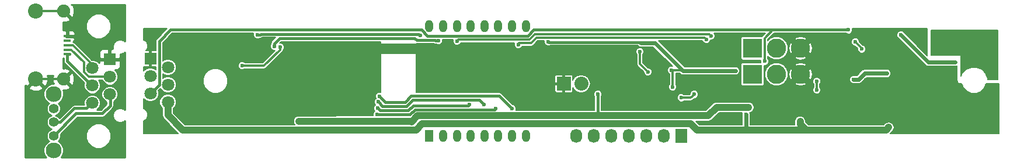
<source format=gbl>
G04 #@! TF.FileFunction,Copper,L2,Bot,Signal*
%FSLAX46Y46*%
G04 Gerber Fmt 4.6, Leading zero omitted, Abs format (unit mm)*
G04 Created by KiCad (PCBNEW 4.0.0-rc2-1-stable) date Mardi 07 juin 2016 13:35:49*
%MOMM*%
G01*
G04 APERTURE LIST*
%ADD10C,0.100000*%
%ADD11R,1.727200X2.032000*%
%ADD12O,1.727200X2.032000*%
%ADD13R,2.032000X2.032000*%
%ADD14O,2.032000X2.032000*%
%ADD15R,1.100000X0.450000*%
%ADD16C,1.900000*%
%ADD17C,2.200000*%
%ADD18C,1.400000*%
%ADD19C,2.300000*%
%ADD20R,1.200000X1.800000*%
%ADD21O,1.200000X1.800000*%
%ADD22R,2.800000X2.800000*%
%ADD23C,2.800000*%
%ADD24C,5.000000*%
%ADD25R,1.800000X1.800000*%
%ADD26C,1.800000*%
%ADD27C,0.600000*%
%ADD28C,0.300000*%
%ADD29C,0.400000*%
%ADD30C,1.500000*%
%ADD31C,0.600000*%
%ADD32C,1.000000*%
%ADD33C,0.200000*%
%ADD34C,0.254000*%
G04 APERTURE END LIST*
D10*
D11*
X95559785Y3523775D03*
D12*
X93019785Y3523775D03*
X90479785Y3523775D03*
X87939785Y3523775D03*
X85399785Y3523775D03*
X82859785Y3523775D03*
X80319785Y3523775D03*
D13*
X78497000Y11075000D03*
D14*
X81037000Y11075000D03*
D15*
X6480000Y15419000D03*
X6480000Y16069000D03*
X6480000Y16719000D03*
X6480000Y17369000D03*
X6480000Y18019000D03*
D16*
X5930000Y21669000D03*
X5930000Y11769000D03*
D17*
X1930000Y21669000D03*
X1930000Y11769000D03*
D18*
X4500000Y3500000D03*
X4500000Y5500000D03*
X4500000Y7500000D03*
D19*
X4500000Y1400000D03*
X4500000Y9600000D03*
D20*
X59000000Y3500000D03*
D21*
X61000000Y3500000D03*
X63000000Y3500000D03*
X65000000Y3500000D03*
X67000000Y3500000D03*
X69000000Y3500000D03*
X71000000Y3500000D03*
X73000000Y3500000D03*
X73000000Y19500000D03*
X71000000Y19500000D03*
X69000000Y19500000D03*
X67000000Y19500000D03*
X65000000Y19500000D03*
X63000000Y19500000D03*
X61000000Y19500000D03*
X59000000Y19500000D03*
D22*
X105858000Y16250000D03*
D23*
X109358000Y16250000D03*
X112858000Y16250000D03*
D22*
X105858000Y12472000D03*
D23*
X109358000Y12472000D03*
X112858000Y12472000D03*
D24*
X139000000Y16500000D03*
X139000000Y6500000D03*
D25*
X12645000Y14664000D03*
D26*
X10105000Y13394000D03*
X12645000Y12124000D03*
X10105000Y10854000D03*
X12645000Y9584000D03*
X10105000Y8314000D03*
D25*
X18553000Y14758000D03*
D26*
X21093000Y13488000D03*
X18553000Y12218000D03*
X21093000Y10948000D03*
X18553000Y9678000D03*
X21093000Y8408000D03*
D27*
X103008000Y5360000D03*
X99577590Y15899590D03*
X103389000Y14758000D03*
X21100000Y17100000D03*
X21100000Y15300000D03*
X111136000Y14377000D03*
X136500000Y8750000D03*
X136500000Y7250000D03*
X136500000Y5750000D03*
X136500000Y4250000D03*
X135000000Y4250000D03*
X133500000Y4250000D03*
X114438000Y14377000D03*
X115708000Y14758000D03*
X117486000Y14758000D03*
X117486000Y16282000D03*
X115708000Y16282000D03*
X109358000Y8027000D03*
X102246000Y9931992D03*
X105750000Y6000000D03*
X123328000Y18441000D03*
X123328000Y17425000D03*
X123328000Y15520000D03*
X123328000Y14631000D03*
X123328000Y16536000D03*
X116851000Y13107000D03*
X116851000Y12218000D03*
X116851000Y11329000D03*
X116914500Y10376496D03*
X116914500Y9487498D03*
X116851000Y8662000D03*
X57669000Y16155000D03*
X51192000Y16536000D03*
X38746000Y11710000D03*
X33285000Y18248990D03*
X38834990Y16155000D03*
X36714000Y14377000D03*
X34682000Y6757000D03*
X38834990Y7773000D03*
X73671000Y9805000D03*
X75957000Y11329000D03*
X48906000Y14885000D03*
X73036000Y16028000D03*
X90181000Y16282000D03*
X85482000Y16028000D03*
X96785000Y16028000D03*
X94372000Y8916000D03*
X90356214Y14396766D03*
X91705000Y12153785D03*
X110667355Y5741000D03*
X96785000Y14123000D03*
X108088000Y5741000D03*
X109358000Y5741000D03*
X115581000Y5487000D03*
X116724000Y6249000D03*
X122312000Y10567000D03*
X122312000Y11583000D03*
X120086507Y11046861D03*
X126756996Y17298000D03*
X37349000Y16409000D03*
X31865372Y13710628D03*
X76250000Y17213980D03*
X103448980Y12980000D03*
X51371962Y5639930D03*
X40097736Y5616000D03*
X63047094Y6439786D03*
X73055246Y6439786D03*
X76560071Y6439786D03*
X83450000Y9551000D03*
X95673632Y13062618D03*
X94073612Y13068797D03*
X94295650Y10632660D03*
X105294000Y7646000D03*
X91705000Y17044000D03*
X89673000Y17044000D03*
X104913000Y6630000D03*
X35952000Y4344000D03*
X37716635Y4344000D03*
X135266000Y14250008D03*
X125614000Y4725018D03*
X112786994Y5614000D03*
X125360000Y12599000D03*
X120534000Y11710000D03*
X127392000Y18187000D03*
X107657999Y14377000D03*
X115191135Y11436011D03*
X119772000Y18949000D03*
X115200000Y10186000D03*
X121677000Y16154994D03*
X120788010Y17171000D03*
X136500000Y14250000D03*
X136500000Y15750000D03*
X136500000Y17250000D03*
X136500000Y18750000D03*
X135000000Y18750000D03*
X133500000Y18750000D03*
X132000000Y18750000D03*
X99198000Y17552000D03*
X71893000Y16790000D03*
X97420000Y9551000D03*
X95514994Y9043000D03*
X89546000Y15774000D03*
X90689000Y12837990D03*
X64781000Y8039806D03*
X51525759Y7518567D03*
X66940000Y8039806D03*
X51581293Y8452995D03*
X68591000Y7439796D03*
X51446000Y6616010D03*
X71004000Y7439796D03*
X51746980Y9277271D03*
X99833000Y18060000D03*
X63003000Y17298000D03*
X36564534Y16565893D03*
X60336000Y17359990D03*
X57663782Y18132014D03*
X34084997Y18246087D03*
D28*
X6480000Y16069000D02*
X7082000Y16069000D01*
X7082000Y16069000D02*
X8904999Y14246001D01*
X8904999Y14246001D02*
X8904999Y12817999D01*
X8904999Y12817999D02*
X9598998Y12124000D01*
X11372208Y12124000D02*
X12645000Y12124000D01*
X9598998Y12124000D02*
X11372208Y12124000D01*
D29*
X21100000Y15300000D02*
X21100000Y17100000D01*
D28*
X136500000Y7250000D02*
X136500000Y8750000D01*
X136500000Y4250000D02*
X136500000Y5750000D01*
X133500000Y4250000D02*
X135000000Y4250000D01*
X115708000Y16282000D02*
X117486000Y16282000D01*
X117486000Y14758000D02*
X115708000Y14758000D01*
X1930000Y11769000D02*
X5930000Y11769000D01*
X5930000Y21669000D02*
X1930000Y21669000D01*
D29*
X6480000Y18019000D02*
X7291000Y18019000D01*
X7291000Y18019000D02*
X10646000Y14664000D01*
D30*
X57244736Y16155000D02*
X57669000Y16155000D01*
X51573000Y16155000D02*
X57244736Y16155000D01*
X51192000Y16536000D02*
X51573000Y16155000D01*
X48906000Y14885000D02*
X49541000Y14885000D01*
X49541000Y14885000D02*
X51192000Y16536000D01*
X75957000Y11329000D02*
X75195000Y11329000D01*
X75195000Y11329000D02*
X73671000Y9805000D01*
D29*
X90181000Y16282000D02*
X90181000Y16175002D01*
D31*
X116724000Y6249000D02*
X116343000Y6249000D01*
X116343000Y6249000D02*
X115581000Y5487000D01*
D29*
X10646000Y14664000D02*
X12645000Y14664000D01*
D28*
X6480000Y16719000D02*
X7281000Y16719000D01*
X7281000Y16719000D02*
X10105000Y13895000D01*
X10105000Y13895000D02*
X10105000Y13394000D01*
X31865372Y13710628D02*
X35031628Y13710628D01*
X35031628Y13710628D02*
X37349000Y16028000D01*
X37349000Y16028000D02*
X37349000Y16409000D01*
D29*
X6480000Y14385000D02*
X10011000Y10854000D01*
X10011000Y10854000D02*
X10105000Y10854000D01*
X6480000Y15419000D02*
X6480000Y14385000D01*
X6480000Y15419000D02*
X6805000Y15419000D01*
D28*
X6480000Y15419000D02*
X6716000Y15419000D01*
D31*
X103024716Y12980000D02*
X103448980Y12980000D01*
X91705000Y17044000D02*
X95769000Y12980000D01*
X95769000Y12980000D02*
X103024716Y12980000D01*
D29*
X76336020Y17163980D02*
X76300000Y17163980D01*
X76300000Y17163980D02*
X76250000Y17213980D01*
X76336020Y17163980D02*
X89553020Y17163980D01*
X89553020Y17163980D02*
X89673000Y17044000D01*
D32*
X56328974Y5616000D02*
X51371962Y5639930D01*
X51371962Y5639930D02*
X40097736Y5616000D01*
X73055246Y6439786D02*
X63047094Y6439786D01*
X56400964Y5544010D02*
X56328974Y5616000D01*
X57296740Y6439786D02*
X56400964Y5544010D01*
X63047094Y6439786D02*
X57296740Y6439786D01*
X76560071Y6439786D02*
X73055246Y6439786D01*
X83283165Y6439786D02*
X76560071Y6439786D01*
D29*
X83450000Y9551000D02*
X83450000Y6606621D01*
X83450000Y6606621D02*
X83283165Y6439786D01*
D32*
X97402284Y6439786D02*
X83283165Y6439786D01*
D28*
X95673632Y13062618D02*
X94079791Y13062618D01*
X94079791Y13062618D02*
X94073612Y13068797D01*
X94295650Y10632660D02*
X94295650Y12846759D01*
X94295650Y12846759D02*
X94073612Y13068797D01*
D32*
X105294000Y7646000D02*
X100678002Y7646000D01*
X100678002Y7646000D02*
X99471788Y6439786D01*
X99471788Y6439786D02*
X97402284Y6439786D01*
D31*
X91705000Y17044000D02*
X91666999Y17082001D01*
X91666999Y17082001D02*
X89711001Y17082001D01*
X89711001Y17082001D02*
X89673000Y17044000D01*
D32*
X102028932Y4344000D02*
X104913000Y4344000D01*
D31*
X104913000Y6630000D02*
X104913000Y4344000D01*
D32*
X104913000Y4344000D02*
X105942068Y4344000D01*
D29*
X7504000Y7519000D02*
X9310000Y7519000D01*
X9310000Y7519000D02*
X10105000Y8314000D01*
D32*
X57083998Y4344000D02*
X37716635Y4344000D01*
X57979774Y5239776D02*
X57083998Y4344000D01*
X35952000Y4344000D02*
X23257000Y4344000D01*
X23257000Y4344000D02*
X21093000Y6508000D01*
X21093000Y6508000D02*
X21093000Y8408000D01*
X36397555Y4344000D02*
X35952000Y4344000D01*
X37716635Y4344000D02*
X36397555Y4344000D01*
D31*
X105942068Y4344000D02*
X104406000Y4344000D01*
X104406000Y4344000D02*
X104299999Y4450001D01*
X134841736Y14250008D02*
X135266000Y14250008D01*
X131328992Y14250008D02*
X134841736Y14250008D01*
X127392000Y18187000D02*
X131328992Y14250008D01*
D32*
X125314001Y4425019D02*
X125614000Y4725018D01*
X125232982Y4344000D02*
X125314001Y4425019D01*
X114260905Y4344000D02*
X125232982Y4344000D01*
D29*
X4500000Y5500000D02*
X5485000Y5500000D01*
X5485000Y5500000D02*
X7504000Y7519000D01*
D32*
X97801000Y4344000D02*
X102028932Y4344000D01*
X96905224Y5239776D02*
X97801000Y4344000D01*
X59168326Y5239776D02*
X96905224Y5239776D01*
X59168326Y5239776D02*
X57979774Y5239776D01*
X105942068Y4344000D02*
X114260905Y4344000D01*
X112786994Y5189736D02*
X113632730Y4344000D01*
X112786994Y5614000D02*
X112786994Y5189736D01*
X113632730Y4344000D02*
X114260905Y4344000D01*
D31*
X122143998Y12599000D02*
X125360000Y12599000D01*
X120534000Y11710000D02*
X121254998Y11710000D01*
X121254998Y11710000D02*
X122143998Y12599000D01*
D29*
X21500000Y18949000D02*
X57836773Y18949000D01*
X18553000Y9678000D02*
X19842999Y10967999D01*
X19842999Y10967999D02*
X19842999Y17291999D01*
X19842999Y17291999D02*
X21500000Y18949000D01*
X12711000Y7900000D02*
X12711000Y9518000D01*
X12711000Y9518000D02*
X12645000Y9584000D01*
D28*
X107657999Y17756999D02*
X107657999Y14377000D01*
D29*
X108850000Y18949000D02*
X110078475Y18949000D01*
X86500007Y18949000D02*
X108850000Y18949000D01*
D28*
X108850000Y18949000D02*
X107657999Y17756999D01*
X115200000Y10186000D02*
X115200000Y11427146D01*
X115200000Y11427146D02*
X115191135Y11436011D01*
D29*
X110078475Y18949000D02*
X105126998Y18949000D01*
X74163227Y18949000D02*
X86500007Y18949000D01*
X73274227Y18060000D02*
X74163227Y18949000D01*
X110078475Y18949000D02*
X119347736Y18949000D01*
X119347736Y18949000D02*
X119772000Y18949000D01*
X58725773Y18060000D02*
X73274227Y18060000D01*
X57836773Y18949000D02*
X58725773Y18060000D01*
X4500000Y3500000D02*
X7757000Y6757000D01*
X7757000Y6757000D02*
X11568000Y6757000D01*
X11568000Y6757000D02*
X12711000Y7900000D01*
D28*
X115200000Y10186000D02*
X115200000Y10313000D01*
X121677000Y16154994D02*
X121677000Y16282010D01*
X121677000Y16282010D02*
X120788010Y17171000D01*
X136500000Y15750000D02*
X136500000Y14250000D01*
X136500000Y18750000D02*
X136500000Y17250000D01*
X135000000Y18750000D02*
X136500000Y18750000D01*
X133500000Y18750000D02*
X135000000Y18750000D01*
X132000000Y18750000D02*
X133500000Y18750000D01*
X91555736Y17813990D02*
X98936010Y17813990D01*
X98936010Y17813990D02*
X99198000Y17552000D01*
X73763980Y17009980D02*
X74567990Y17813990D01*
X74567990Y17813990D02*
X91555736Y17813990D01*
X91555736Y17813990D02*
X91562756Y17821010D01*
X71893000Y16790000D02*
X71893000Y16917000D01*
X71893000Y16917000D02*
X71985980Y17009980D01*
X71985980Y17009980D02*
X73763980Y17009980D01*
X96912000Y9043000D02*
X97120001Y9251001D01*
X97120001Y9251001D02*
X97420000Y9551000D01*
X95514994Y9043000D02*
X96912000Y9043000D01*
X89546000Y15349736D02*
X89546000Y15774000D01*
X89546000Y13980990D02*
X89546000Y15349736D01*
X90689000Y12837990D02*
X89546000Y13980990D01*
D29*
X63919000Y7939806D02*
X64681000Y7939806D01*
X64681000Y7939806D02*
X64781000Y8039806D01*
X56675412Y7939806D02*
X63919000Y7939806D01*
X55951626Y7216020D02*
X56675412Y7939806D01*
X51828306Y7216020D02*
X55951626Y7216020D01*
X51525759Y7518567D02*
X51828306Y7216020D01*
X56426880Y8539816D02*
X56626871Y8739807D01*
X56626871Y8739807D02*
X66239999Y8739807D01*
X66239999Y8739807D02*
X66940000Y8039806D01*
X52218258Y7816030D02*
X55703094Y7816030D01*
X55703094Y7816030D02*
X56426880Y8539816D01*
X51581293Y8452995D02*
X52218258Y7816030D01*
X68491000Y7339796D02*
X68591000Y7439796D01*
X56923944Y7339796D02*
X68491000Y7339796D01*
X51446000Y6616010D02*
X56200158Y6616010D01*
X56200158Y6616010D02*
X56923944Y7339796D01*
X56378339Y9339817D02*
X69103979Y9339817D01*
X69103979Y9339817D02*
X71004000Y7439796D01*
X52608211Y8416040D02*
X55454562Y8416040D01*
X55454562Y8416040D02*
X56378339Y9339817D01*
X51746980Y9277271D02*
X52608211Y8416040D01*
D28*
X99571980Y18321020D02*
X99833000Y18060000D01*
X86893310Y18321020D02*
X99571980Y18321020D01*
X86893310Y18321020D02*
X74313077Y18321020D01*
X74313077Y18321020D02*
X73502048Y17509990D01*
X86893310Y18321020D02*
X86886290Y18314000D01*
X73502048Y17509990D02*
X63214990Y17509990D01*
X63214990Y17509990D02*
X63003000Y17298000D01*
D29*
X60336000Y17359990D02*
X59911736Y17359990D01*
X37323357Y17748980D02*
X36564534Y16990157D01*
X59911736Y17359990D02*
X59846726Y17425000D01*
X56837020Y17748980D02*
X37323357Y17748980D01*
X59846726Y17425000D02*
X57161000Y17425000D01*
X57161000Y17425000D02*
X56837020Y17748980D01*
X36564534Y16990157D02*
X36564534Y16565893D01*
D28*
X36564534Y16586536D02*
X36564534Y16565893D01*
D29*
X57446805Y18348991D02*
X57663782Y18132014D01*
X34612165Y18348991D02*
X57446805Y18348991D01*
X34509261Y18246087D02*
X34612165Y18348991D01*
X34084997Y18246087D02*
X34509261Y18246087D01*
D33*
G36*
X131210000Y15217528D02*
X127816920Y18610608D01*
X127732317Y18695359D01*
X127511871Y18786896D01*
X127273176Y18787104D01*
X127052571Y18695952D01*
X126883641Y18527317D01*
X126792104Y18306871D01*
X126791896Y18068176D01*
X126883048Y17847571D01*
X127051683Y17678641D01*
X127051936Y17678536D01*
X130904728Y13825744D01*
X131099381Y13695680D01*
X131328992Y13650008D01*
X135265476Y13650008D01*
X135384824Y13649904D01*
X135528000Y13709063D01*
X135528000Y11583000D01*
X135562195Y11401271D01*
X135669596Y11234365D01*
X135833472Y11122393D01*
X136028000Y11083000D01*
X136224698Y11083000D01*
X136473145Y10481714D01*
X136979051Y9974924D01*
X137640387Y9700313D01*
X138356471Y9699688D01*
X139018286Y9973145D01*
X139525076Y10479051D01*
X139775858Y11083000D01*
X141625000Y11083000D01*
X141625000Y3875000D01*
X125895352Y3875000D01*
X126179686Y4159333D01*
X126353104Y4418871D01*
X126414000Y4725018D01*
X126353104Y5031165D01*
X126179686Y5290704D01*
X125920147Y5464122D01*
X125614000Y5525018D01*
X125307853Y5464122D01*
X125048315Y5290704D01*
X124901611Y5144000D01*
X113964101Y5144000D01*
X113586994Y5521106D01*
X113586994Y5614000D01*
X113526098Y5920147D01*
X113352679Y6179685D01*
X113093141Y6353104D01*
X112786994Y6414000D01*
X112480847Y6353104D01*
X112221309Y6179685D01*
X112047890Y5920147D01*
X111986994Y5614000D01*
X111986994Y5189736D01*
X111996091Y5144000D01*
X105513000Y5144000D01*
X105513000Y6630000D01*
X105513104Y6748824D01*
X105459361Y6878892D01*
X105600147Y6906896D01*
X105859685Y7080315D01*
X106033104Y7339853D01*
X106094000Y7646000D01*
X106033104Y7952147D01*
X105859685Y8211685D01*
X105600147Y8385104D01*
X105294000Y8446000D01*
X100678002Y8446000D01*
X100371855Y8385104D01*
X100112316Y8211685D01*
X99140418Y7239786D01*
X83950000Y7239786D01*
X83950000Y8924176D01*
X94914890Y8924176D01*
X95006042Y8703571D01*
X95174677Y8534641D01*
X95395123Y8443104D01*
X95633818Y8442896D01*
X95854423Y8534048D01*
X95913478Y8593000D01*
X96912000Y8593000D01*
X97084208Y8627254D01*
X97230198Y8724802D01*
X97456364Y8950968D01*
X97538824Y8950896D01*
X97759429Y9042048D01*
X97928359Y9210683D01*
X98019896Y9431129D01*
X98020104Y9669824D01*
X97928952Y9890429D01*
X97760317Y10059359D01*
X97539871Y10150896D01*
X97301176Y10151104D01*
X97080571Y10059952D01*
X96911641Y9891317D01*
X96820104Y9670871D01*
X96820031Y9587427D01*
X96725604Y9493000D01*
X95913568Y9493000D01*
X95855311Y9551359D01*
X95634865Y9642896D01*
X95396170Y9643104D01*
X95175565Y9551952D01*
X95006635Y9383317D01*
X94915098Y9162871D01*
X94914890Y8924176D01*
X83950000Y8924176D01*
X83950000Y9202339D01*
X83958359Y9210683D01*
X84049896Y9431129D01*
X84050104Y9669824D01*
X83958952Y9890429D01*
X83790317Y10059359D01*
X83569871Y10150896D01*
X83331176Y10151104D01*
X83110571Y10059952D01*
X82941641Y9891317D01*
X82850104Y9670871D01*
X82849896Y9432176D01*
X82941048Y9211571D01*
X82950000Y9202603D01*
X82950000Y7239786D01*
X71570619Y7239786D01*
X71603896Y7319925D01*
X71604104Y7558620D01*
X71512952Y7779225D01*
X71344317Y7948155D01*
X71123871Y8039692D01*
X71111200Y8039703D01*
X69457532Y9693370D01*
X69295321Y9801757D01*
X69280666Y9804672D01*
X69103979Y9839817D01*
X57100000Y9839817D01*
X57100000Y10850000D01*
X77181000Y10850000D01*
X77181000Y9999327D01*
X77226672Y9889064D01*
X77311063Y9804672D01*
X77421326Y9759000D01*
X78272000Y9759000D01*
X78347000Y9834000D01*
X78347000Y10925000D01*
X77256000Y10925000D01*
X77181000Y10850000D01*
X57100000Y10850000D01*
X57100000Y12150673D01*
X77181000Y12150673D01*
X77181000Y11300000D01*
X77256000Y11225000D01*
X78347000Y11225000D01*
X78347000Y12316000D01*
X78647000Y12316000D01*
X78647000Y11225000D01*
X78667000Y11225000D01*
X78667000Y10925000D01*
X78647000Y10925000D01*
X78647000Y9834000D01*
X78722000Y9759000D01*
X79572674Y9759000D01*
X79682937Y9804672D01*
X79767328Y9889064D01*
X79813000Y9999327D01*
X79813000Y10545038D01*
X80080665Y10144447D01*
X80507607Y9859175D01*
X81011218Y9759000D01*
X81062782Y9759000D01*
X81566393Y9859175D01*
X81993335Y10144447D01*
X82278607Y10571389D01*
X82378782Y11075000D01*
X82278607Y11578611D01*
X81993335Y12005553D01*
X81566393Y12290825D01*
X81062782Y12391000D01*
X81011218Y12391000D01*
X80507607Y12290825D01*
X80080665Y12005553D01*
X79813000Y11604962D01*
X79813000Y12150673D01*
X79767328Y12260936D01*
X79682937Y12345328D01*
X79572674Y12391000D01*
X78722000Y12391000D01*
X78647000Y12316000D01*
X78347000Y12316000D01*
X78272000Y12391000D01*
X77421326Y12391000D01*
X77311063Y12345328D01*
X77226672Y12260936D01*
X77181000Y12150673D01*
X57100000Y12150673D01*
X57100000Y15655176D01*
X88945896Y15655176D01*
X89037048Y15434571D01*
X89096000Y15375516D01*
X89096000Y13980990D01*
X89130254Y13808782D01*
X89195839Y13710628D01*
X89227802Y13662792D01*
X90088968Y12801626D01*
X90088896Y12719166D01*
X90180048Y12498561D01*
X90348683Y12329631D01*
X90569129Y12238094D01*
X90807824Y12237886D01*
X91028429Y12329038D01*
X91197359Y12497673D01*
X91288896Y12718119D01*
X91289104Y12956814D01*
X91197952Y13177419D01*
X91029317Y13346349D01*
X90808871Y13437886D01*
X90725427Y13437959D01*
X89996000Y14167386D01*
X89996000Y15375426D01*
X90054359Y15433683D01*
X90145896Y15654129D01*
X90146104Y15892824D01*
X90054952Y16113429D01*
X89886317Y16282359D01*
X89665871Y16373896D01*
X89427176Y16374104D01*
X89206571Y16282952D01*
X89037641Y16114317D01*
X88946104Y15893871D01*
X88945896Y15655176D01*
X57100000Y15655176D01*
X57100000Y16937134D01*
X57161000Y16925000D01*
X59680061Y16925000D01*
X59720394Y16898050D01*
X59911736Y16859990D01*
X59987339Y16859990D01*
X59995683Y16851631D01*
X60216129Y16760094D01*
X60454824Y16759886D01*
X60675429Y16851038D01*
X60844359Y17019673D01*
X60935896Y17240119D01*
X60936104Y17478814D01*
X60902559Y17560000D01*
X62462121Y17560000D01*
X62403104Y17417871D01*
X62402896Y17179176D01*
X62494048Y16958571D01*
X62662683Y16789641D01*
X62883129Y16698104D01*
X63121824Y16697896D01*
X63342429Y16789048D01*
X63511359Y16957683D01*
X63553840Y17059990D01*
X71355439Y17059990D01*
X71293104Y16909871D01*
X71292896Y16671176D01*
X71384048Y16450571D01*
X71552683Y16281641D01*
X71773129Y16190104D01*
X72011824Y16189896D01*
X72232429Y16281048D01*
X72401359Y16449683D01*
X72447158Y16559980D01*
X73763980Y16559980D01*
X73936188Y16594234D01*
X74082178Y16691782D01*
X74754386Y17363990D01*
X75662619Y17363990D01*
X75650104Y17333851D01*
X75649896Y17095156D01*
X75741048Y16874551D01*
X75909683Y16705621D01*
X76130129Y16614084D01*
X76368824Y16613876D01*
X76490085Y16663980D01*
X89204568Y16663980D01*
X89332683Y16535641D01*
X89553129Y16444104D01*
X89791824Y16443896D01*
X89884045Y16482001D01*
X91418471Y16482001D01*
X94258973Y13641499D01*
X94193483Y13668693D01*
X93954788Y13668901D01*
X93734183Y13577749D01*
X93565253Y13409114D01*
X93473716Y13188668D01*
X93473508Y12949973D01*
X93564660Y12729368D01*
X93733295Y12560438D01*
X93845650Y12513784D01*
X93845650Y11031234D01*
X93787291Y10972977D01*
X93695754Y10752531D01*
X93695546Y10513836D01*
X93786698Y10293231D01*
X93955333Y10124301D01*
X94175779Y10032764D01*
X94414474Y10032556D01*
X94635079Y10123708D01*
X94804009Y10292343D01*
X94895546Y10512789D01*
X94895754Y10751484D01*
X94804602Y10972089D01*
X94745650Y11031144D01*
X94745650Y12612618D01*
X95275058Y12612618D01*
X95333315Y12554259D01*
X95369324Y12539307D01*
X95539390Y12425672D01*
X95769000Y12380000D01*
X103448456Y12380000D01*
X103567804Y12379896D01*
X103788409Y12471048D01*
X103957339Y12639683D01*
X104048876Y12860129D01*
X104049084Y13098824D01*
X103957932Y13319429D01*
X103789297Y13488359D01*
X103568851Y13579896D01*
X103330156Y13580104D01*
X103329904Y13580000D01*
X96017528Y13580000D01*
X92233538Y17363990D01*
X98626483Y17363990D01*
X98689048Y17212571D01*
X98857683Y17043641D01*
X99078129Y16952104D01*
X99316824Y16951896D01*
X99537429Y17043048D01*
X99706359Y17211683D01*
X99797896Y17432129D01*
X99797920Y17460030D01*
X99951824Y17459896D01*
X100172429Y17551048D01*
X100341359Y17719683D01*
X100432896Y17940129D01*
X100433104Y18178824D01*
X100341952Y18399429D01*
X100292468Y18449000D01*
X107713604Y18449000D01*
X107339801Y18075197D01*
X107259826Y17955507D01*
X107258000Y17955877D01*
X104458000Y17955877D01*
X104346827Y17934958D01*
X104244721Y17869255D01*
X104176222Y17769003D01*
X104152123Y17650000D01*
X104152123Y14850000D01*
X104173042Y14738827D01*
X104238745Y14636721D01*
X104338997Y14568222D01*
X104458000Y14544123D01*
X107077724Y14544123D01*
X107058103Y14496871D01*
X107057895Y14258176D01*
X107091074Y14177877D01*
X104458000Y14177877D01*
X104346827Y14156958D01*
X104244721Y14091255D01*
X104176222Y13991003D01*
X104152123Y13872000D01*
X104152123Y11072000D01*
X104173042Y10960827D01*
X104238745Y10858721D01*
X104338997Y10790222D01*
X104458000Y10766123D01*
X107258000Y10766123D01*
X107369173Y10787042D01*
X107471279Y10852745D01*
X107539778Y10952997D01*
X107563877Y11072000D01*
X107563877Y12135333D01*
X107657706Y12135333D01*
X107915970Y11510285D01*
X108393770Y11031650D01*
X109018366Y10772296D01*
X109694667Y10771706D01*
X110319715Y11029970D01*
X110340964Y11051182D01*
X112002867Y11051182D01*
X112190296Y10872464D01*
X112853238Y10738702D01*
X113516905Y10868819D01*
X113525704Y10872464D01*
X113713133Y11051182D01*
X113447128Y11317187D01*
X114591031Y11317187D01*
X114682183Y11096582D01*
X114750000Y11028646D01*
X114750000Y10584574D01*
X114691641Y10526317D01*
X114600104Y10305871D01*
X114599896Y10067176D01*
X114691048Y9846571D01*
X114859683Y9677641D01*
X115080129Y9586104D01*
X115318824Y9585896D01*
X115539429Y9677048D01*
X115708359Y9845683D01*
X115799896Y10066129D01*
X115800104Y10304824D01*
X115708952Y10525429D01*
X115650000Y10584484D01*
X115650000Y11046286D01*
X115699494Y11095694D01*
X115791031Y11316140D01*
X115791239Y11554835D01*
X115776224Y11591176D01*
X119933896Y11591176D01*
X120025048Y11370571D01*
X120193683Y11201641D01*
X120414129Y11110104D01*
X120652824Y11109896D01*
X120653076Y11110000D01*
X121254998Y11110000D01*
X121484608Y11155672D01*
X121679262Y11285736D01*
X122392526Y11999000D01*
X125359476Y11999000D01*
X125478824Y11998896D01*
X125699429Y12090048D01*
X125868359Y12258683D01*
X125959896Y12479129D01*
X125960104Y12717824D01*
X125868952Y12938429D01*
X125700317Y13107359D01*
X125479871Y13198896D01*
X125241176Y13199104D01*
X125240924Y13199000D01*
X122143998Y13199000D01*
X121914388Y13153328D01*
X121719734Y13023264D01*
X121006470Y12310000D01*
X120534523Y12310000D01*
X120415176Y12310104D01*
X120194571Y12218952D01*
X120025641Y12050317D01*
X119934104Y11829871D01*
X119933896Y11591176D01*
X115776224Y11591176D01*
X115700087Y11775440D01*
X115531452Y11944370D01*
X115311006Y12035907D01*
X115072311Y12036115D01*
X114851706Y11944963D01*
X114682776Y11776328D01*
X114591239Y11555882D01*
X114591031Y11317187D01*
X113447128Y11317187D01*
X112858000Y11906315D01*
X112002867Y11051182D01*
X110340964Y11051182D01*
X110798350Y11507770D01*
X111057704Y12132366D01*
X111058004Y12476762D01*
X111124702Y12476762D01*
X111254819Y11813095D01*
X111258464Y11804296D01*
X111437182Y11616867D01*
X112292315Y12472000D01*
X113423685Y12472000D01*
X114278818Y11616867D01*
X114457536Y11804296D01*
X114591298Y12467238D01*
X114461181Y13130905D01*
X114457536Y13139704D01*
X114278818Y13327133D01*
X113423685Y12472000D01*
X112292315Y12472000D01*
X111437182Y13327133D01*
X111258464Y13139704D01*
X111124702Y12476762D01*
X111058004Y12476762D01*
X111058294Y12808667D01*
X110800030Y13433715D01*
X110341728Y13892818D01*
X112002867Y13892818D01*
X112858000Y13037685D01*
X113713133Y13892818D01*
X113525704Y14071536D01*
X112862762Y14205298D01*
X112199095Y14075181D01*
X112190296Y14071536D01*
X112002867Y13892818D01*
X110341728Y13892818D01*
X110322230Y13912350D01*
X109697634Y14171704D01*
X109021333Y14172294D01*
X108396285Y13914030D01*
X107917650Y13436230D01*
X107658296Y12811634D01*
X107657706Y12135333D01*
X107563877Y12135333D01*
X107563877Y13777082D01*
X107776823Y13776896D01*
X107997428Y13868048D01*
X108166358Y14036683D01*
X108257895Y14257129D01*
X108258103Y14495824D01*
X108166951Y14716429D01*
X108107999Y14775484D01*
X108107999Y15095920D01*
X108393770Y14809650D01*
X109018366Y14550296D01*
X109694667Y14549706D01*
X110319715Y14807970D01*
X110340964Y14829182D01*
X112002867Y14829182D01*
X112190296Y14650464D01*
X112853238Y14516702D01*
X113516905Y14646819D01*
X113525704Y14650464D01*
X113713133Y14829182D01*
X112858000Y15684315D01*
X112002867Y14829182D01*
X110340964Y14829182D01*
X110798350Y15285770D01*
X111057704Y15910366D01*
X111058004Y16254762D01*
X111124702Y16254762D01*
X111254819Y15591095D01*
X111258464Y15582296D01*
X111437182Y15394867D01*
X112292315Y16250000D01*
X113423685Y16250000D01*
X114278818Y15394867D01*
X114457536Y15582296D01*
X114591298Y16245238D01*
X114461181Y16908905D01*
X114457536Y16917704D01*
X114329314Y17052176D01*
X120187906Y17052176D01*
X120279058Y16831571D01*
X120447693Y16662641D01*
X120668139Y16571104D01*
X120751583Y16571031D01*
X121077078Y16245536D01*
X121076896Y16036170D01*
X121168048Y15815565D01*
X121336683Y15646635D01*
X121557129Y15555098D01*
X121795824Y15554890D01*
X122016429Y15646042D01*
X122185359Y15814677D01*
X122276896Y16035123D01*
X122277104Y16273818D01*
X122185952Y16494423D01*
X122017317Y16663353D01*
X121871508Y16723898D01*
X121388042Y17207364D01*
X121388114Y17289824D01*
X121296962Y17510429D01*
X121128327Y17679359D01*
X120907881Y17770896D01*
X120669186Y17771104D01*
X120448581Y17679952D01*
X120279651Y17511317D01*
X120188114Y17290871D01*
X120187906Y17052176D01*
X114329314Y17052176D01*
X114278818Y17105133D01*
X113423685Y16250000D01*
X112292315Y16250000D01*
X111437182Y17105133D01*
X111258464Y16917704D01*
X111124702Y16254762D01*
X111058004Y16254762D01*
X111058294Y16586667D01*
X110800030Y17211715D01*
X110341728Y17670818D01*
X112002867Y17670818D01*
X112858000Y16815685D01*
X113713133Y17670818D01*
X113525704Y17849536D01*
X112862762Y17983298D01*
X112199095Y17853181D01*
X112190296Y17849536D01*
X112002867Y17670818D01*
X110341728Y17670818D01*
X110322230Y17690350D01*
X109697634Y17949704D01*
X109021333Y17950294D01*
X108396285Y17692030D01*
X108107999Y17404247D01*
X108107999Y17570603D01*
X108986396Y18449000D01*
X119423339Y18449000D01*
X119431683Y18440641D01*
X119652129Y18349104D01*
X119890824Y18348896D01*
X120111429Y18440048D01*
X120280359Y18608683D01*
X120371896Y18829129D01*
X120372104Y19067824D01*
X120348479Y19125000D01*
X131210000Y19125000D01*
X131210000Y15217528D01*
X131210000Y15217528D01*
G37*
X131210000Y15217528D02*
X127816920Y18610608D01*
X127732317Y18695359D01*
X127511871Y18786896D01*
X127273176Y18787104D01*
X127052571Y18695952D01*
X126883641Y18527317D01*
X126792104Y18306871D01*
X126791896Y18068176D01*
X126883048Y17847571D01*
X127051683Y17678641D01*
X127051936Y17678536D01*
X130904728Y13825744D01*
X131099381Y13695680D01*
X131328992Y13650008D01*
X135265476Y13650008D01*
X135384824Y13649904D01*
X135528000Y13709063D01*
X135528000Y11583000D01*
X135562195Y11401271D01*
X135669596Y11234365D01*
X135833472Y11122393D01*
X136028000Y11083000D01*
X136224698Y11083000D01*
X136473145Y10481714D01*
X136979051Y9974924D01*
X137640387Y9700313D01*
X138356471Y9699688D01*
X139018286Y9973145D01*
X139525076Y10479051D01*
X139775858Y11083000D01*
X141625000Y11083000D01*
X141625000Y3875000D01*
X125895352Y3875000D01*
X126179686Y4159333D01*
X126353104Y4418871D01*
X126414000Y4725018D01*
X126353104Y5031165D01*
X126179686Y5290704D01*
X125920147Y5464122D01*
X125614000Y5525018D01*
X125307853Y5464122D01*
X125048315Y5290704D01*
X124901611Y5144000D01*
X113964101Y5144000D01*
X113586994Y5521106D01*
X113586994Y5614000D01*
X113526098Y5920147D01*
X113352679Y6179685D01*
X113093141Y6353104D01*
X112786994Y6414000D01*
X112480847Y6353104D01*
X112221309Y6179685D01*
X112047890Y5920147D01*
X111986994Y5614000D01*
X111986994Y5189736D01*
X111996091Y5144000D01*
X105513000Y5144000D01*
X105513000Y6630000D01*
X105513104Y6748824D01*
X105459361Y6878892D01*
X105600147Y6906896D01*
X105859685Y7080315D01*
X106033104Y7339853D01*
X106094000Y7646000D01*
X106033104Y7952147D01*
X105859685Y8211685D01*
X105600147Y8385104D01*
X105294000Y8446000D01*
X100678002Y8446000D01*
X100371855Y8385104D01*
X100112316Y8211685D01*
X99140418Y7239786D01*
X83950000Y7239786D01*
X83950000Y8924176D01*
X94914890Y8924176D01*
X95006042Y8703571D01*
X95174677Y8534641D01*
X95395123Y8443104D01*
X95633818Y8442896D01*
X95854423Y8534048D01*
X95913478Y8593000D01*
X96912000Y8593000D01*
X97084208Y8627254D01*
X97230198Y8724802D01*
X97456364Y8950968D01*
X97538824Y8950896D01*
X97759429Y9042048D01*
X97928359Y9210683D01*
X98019896Y9431129D01*
X98020104Y9669824D01*
X97928952Y9890429D01*
X97760317Y10059359D01*
X97539871Y10150896D01*
X97301176Y10151104D01*
X97080571Y10059952D01*
X96911641Y9891317D01*
X96820104Y9670871D01*
X96820031Y9587427D01*
X96725604Y9493000D01*
X95913568Y9493000D01*
X95855311Y9551359D01*
X95634865Y9642896D01*
X95396170Y9643104D01*
X95175565Y9551952D01*
X95006635Y9383317D01*
X94915098Y9162871D01*
X94914890Y8924176D01*
X83950000Y8924176D01*
X83950000Y9202339D01*
X83958359Y9210683D01*
X84049896Y9431129D01*
X84050104Y9669824D01*
X83958952Y9890429D01*
X83790317Y10059359D01*
X83569871Y10150896D01*
X83331176Y10151104D01*
X83110571Y10059952D01*
X82941641Y9891317D01*
X82850104Y9670871D01*
X82849896Y9432176D01*
X82941048Y9211571D01*
X82950000Y9202603D01*
X82950000Y7239786D01*
X71570619Y7239786D01*
X71603896Y7319925D01*
X71604104Y7558620D01*
X71512952Y7779225D01*
X71344317Y7948155D01*
X71123871Y8039692D01*
X71111200Y8039703D01*
X69457532Y9693370D01*
X69295321Y9801757D01*
X69280666Y9804672D01*
X69103979Y9839817D01*
X57100000Y9839817D01*
X57100000Y10850000D01*
X77181000Y10850000D01*
X77181000Y9999327D01*
X77226672Y9889064D01*
X77311063Y9804672D01*
X77421326Y9759000D01*
X78272000Y9759000D01*
X78347000Y9834000D01*
X78347000Y10925000D01*
X77256000Y10925000D01*
X77181000Y10850000D01*
X57100000Y10850000D01*
X57100000Y12150673D01*
X77181000Y12150673D01*
X77181000Y11300000D01*
X77256000Y11225000D01*
X78347000Y11225000D01*
X78347000Y12316000D01*
X78647000Y12316000D01*
X78647000Y11225000D01*
X78667000Y11225000D01*
X78667000Y10925000D01*
X78647000Y10925000D01*
X78647000Y9834000D01*
X78722000Y9759000D01*
X79572674Y9759000D01*
X79682937Y9804672D01*
X79767328Y9889064D01*
X79813000Y9999327D01*
X79813000Y10545038D01*
X80080665Y10144447D01*
X80507607Y9859175D01*
X81011218Y9759000D01*
X81062782Y9759000D01*
X81566393Y9859175D01*
X81993335Y10144447D01*
X82278607Y10571389D01*
X82378782Y11075000D01*
X82278607Y11578611D01*
X81993335Y12005553D01*
X81566393Y12290825D01*
X81062782Y12391000D01*
X81011218Y12391000D01*
X80507607Y12290825D01*
X80080665Y12005553D01*
X79813000Y11604962D01*
X79813000Y12150673D01*
X79767328Y12260936D01*
X79682937Y12345328D01*
X79572674Y12391000D01*
X78722000Y12391000D01*
X78647000Y12316000D01*
X78347000Y12316000D01*
X78272000Y12391000D01*
X77421326Y12391000D01*
X77311063Y12345328D01*
X77226672Y12260936D01*
X77181000Y12150673D01*
X57100000Y12150673D01*
X57100000Y15655176D01*
X88945896Y15655176D01*
X89037048Y15434571D01*
X89096000Y15375516D01*
X89096000Y13980990D01*
X89130254Y13808782D01*
X89195839Y13710628D01*
X89227802Y13662792D01*
X90088968Y12801626D01*
X90088896Y12719166D01*
X90180048Y12498561D01*
X90348683Y12329631D01*
X90569129Y12238094D01*
X90807824Y12237886D01*
X91028429Y12329038D01*
X91197359Y12497673D01*
X91288896Y12718119D01*
X91289104Y12956814D01*
X91197952Y13177419D01*
X91029317Y13346349D01*
X90808871Y13437886D01*
X90725427Y13437959D01*
X89996000Y14167386D01*
X89996000Y15375426D01*
X90054359Y15433683D01*
X90145896Y15654129D01*
X90146104Y15892824D01*
X90054952Y16113429D01*
X89886317Y16282359D01*
X89665871Y16373896D01*
X89427176Y16374104D01*
X89206571Y16282952D01*
X89037641Y16114317D01*
X88946104Y15893871D01*
X88945896Y15655176D01*
X57100000Y15655176D01*
X57100000Y16937134D01*
X57161000Y16925000D01*
X59680061Y16925000D01*
X59720394Y16898050D01*
X59911736Y16859990D01*
X59987339Y16859990D01*
X59995683Y16851631D01*
X60216129Y16760094D01*
X60454824Y16759886D01*
X60675429Y16851038D01*
X60844359Y17019673D01*
X60935896Y17240119D01*
X60936104Y17478814D01*
X60902559Y17560000D01*
X62462121Y17560000D01*
X62403104Y17417871D01*
X62402896Y17179176D01*
X62494048Y16958571D01*
X62662683Y16789641D01*
X62883129Y16698104D01*
X63121824Y16697896D01*
X63342429Y16789048D01*
X63511359Y16957683D01*
X63553840Y17059990D01*
X71355439Y17059990D01*
X71293104Y16909871D01*
X71292896Y16671176D01*
X71384048Y16450571D01*
X71552683Y16281641D01*
X71773129Y16190104D01*
X72011824Y16189896D01*
X72232429Y16281048D01*
X72401359Y16449683D01*
X72447158Y16559980D01*
X73763980Y16559980D01*
X73936188Y16594234D01*
X74082178Y16691782D01*
X74754386Y17363990D01*
X75662619Y17363990D01*
X75650104Y17333851D01*
X75649896Y17095156D01*
X75741048Y16874551D01*
X75909683Y16705621D01*
X76130129Y16614084D01*
X76368824Y16613876D01*
X76490085Y16663980D01*
X89204568Y16663980D01*
X89332683Y16535641D01*
X89553129Y16444104D01*
X89791824Y16443896D01*
X89884045Y16482001D01*
X91418471Y16482001D01*
X94258973Y13641499D01*
X94193483Y13668693D01*
X93954788Y13668901D01*
X93734183Y13577749D01*
X93565253Y13409114D01*
X93473716Y13188668D01*
X93473508Y12949973D01*
X93564660Y12729368D01*
X93733295Y12560438D01*
X93845650Y12513784D01*
X93845650Y11031234D01*
X93787291Y10972977D01*
X93695754Y10752531D01*
X93695546Y10513836D01*
X93786698Y10293231D01*
X93955333Y10124301D01*
X94175779Y10032764D01*
X94414474Y10032556D01*
X94635079Y10123708D01*
X94804009Y10292343D01*
X94895546Y10512789D01*
X94895754Y10751484D01*
X94804602Y10972089D01*
X94745650Y11031144D01*
X94745650Y12612618D01*
X95275058Y12612618D01*
X95333315Y12554259D01*
X95369324Y12539307D01*
X95539390Y12425672D01*
X95769000Y12380000D01*
X103448456Y12380000D01*
X103567804Y12379896D01*
X103788409Y12471048D01*
X103957339Y12639683D01*
X104048876Y12860129D01*
X104049084Y13098824D01*
X103957932Y13319429D01*
X103789297Y13488359D01*
X103568851Y13579896D01*
X103330156Y13580104D01*
X103329904Y13580000D01*
X96017528Y13580000D01*
X92233538Y17363990D01*
X98626483Y17363990D01*
X98689048Y17212571D01*
X98857683Y17043641D01*
X99078129Y16952104D01*
X99316824Y16951896D01*
X99537429Y17043048D01*
X99706359Y17211683D01*
X99797896Y17432129D01*
X99797920Y17460030D01*
X99951824Y17459896D01*
X100172429Y17551048D01*
X100341359Y17719683D01*
X100432896Y17940129D01*
X100433104Y18178824D01*
X100341952Y18399429D01*
X100292468Y18449000D01*
X107713604Y18449000D01*
X107339801Y18075197D01*
X107259826Y17955507D01*
X107258000Y17955877D01*
X104458000Y17955877D01*
X104346827Y17934958D01*
X104244721Y17869255D01*
X104176222Y17769003D01*
X104152123Y17650000D01*
X104152123Y14850000D01*
X104173042Y14738827D01*
X104238745Y14636721D01*
X104338997Y14568222D01*
X104458000Y14544123D01*
X107077724Y14544123D01*
X107058103Y14496871D01*
X107057895Y14258176D01*
X107091074Y14177877D01*
X104458000Y14177877D01*
X104346827Y14156958D01*
X104244721Y14091255D01*
X104176222Y13991003D01*
X104152123Y13872000D01*
X104152123Y11072000D01*
X104173042Y10960827D01*
X104238745Y10858721D01*
X104338997Y10790222D01*
X104458000Y10766123D01*
X107258000Y10766123D01*
X107369173Y10787042D01*
X107471279Y10852745D01*
X107539778Y10952997D01*
X107563877Y11072000D01*
X107563877Y12135333D01*
X107657706Y12135333D01*
X107915970Y11510285D01*
X108393770Y11031650D01*
X109018366Y10772296D01*
X109694667Y10771706D01*
X110319715Y11029970D01*
X110340964Y11051182D01*
X112002867Y11051182D01*
X112190296Y10872464D01*
X112853238Y10738702D01*
X113516905Y10868819D01*
X113525704Y10872464D01*
X113713133Y11051182D01*
X113447128Y11317187D01*
X114591031Y11317187D01*
X114682183Y11096582D01*
X114750000Y11028646D01*
X114750000Y10584574D01*
X114691641Y10526317D01*
X114600104Y10305871D01*
X114599896Y10067176D01*
X114691048Y9846571D01*
X114859683Y9677641D01*
X115080129Y9586104D01*
X115318824Y9585896D01*
X115539429Y9677048D01*
X115708359Y9845683D01*
X115799896Y10066129D01*
X115800104Y10304824D01*
X115708952Y10525429D01*
X115650000Y10584484D01*
X115650000Y11046286D01*
X115699494Y11095694D01*
X115791031Y11316140D01*
X115791239Y11554835D01*
X115776224Y11591176D01*
X119933896Y11591176D01*
X120025048Y11370571D01*
X120193683Y11201641D01*
X120414129Y11110104D01*
X120652824Y11109896D01*
X120653076Y11110000D01*
X121254998Y11110000D01*
X121484608Y11155672D01*
X121679262Y11285736D01*
X122392526Y11999000D01*
X125359476Y11999000D01*
X125478824Y11998896D01*
X125699429Y12090048D01*
X125868359Y12258683D01*
X125959896Y12479129D01*
X125960104Y12717824D01*
X125868952Y12938429D01*
X125700317Y13107359D01*
X125479871Y13198896D01*
X125241176Y13199104D01*
X125240924Y13199000D01*
X122143998Y13199000D01*
X121914388Y13153328D01*
X121719734Y13023264D01*
X121006470Y12310000D01*
X120534523Y12310000D01*
X120415176Y12310104D01*
X120194571Y12218952D01*
X120025641Y12050317D01*
X119934104Y11829871D01*
X119933896Y11591176D01*
X115776224Y11591176D01*
X115700087Y11775440D01*
X115531452Y11944370D01*
X115311006Y12035907D01*
X115072311Y12036115D01*
X114851706Y11944963D01*
X114682776Y11776328D01*
X114591239Y11555882D01*
X114591031Y11317187D01*
X113447128Y11317187D01*
X112858000Y11906315D01*
X112002867Y11051182D01*
X110340964Y11051182D01*
X110798350Y11507770D01*
X111057704Y12132366D01*
X111058004Y12476762D01*
X111124702Y12476762D01*
X111254819Y11813095D01*
X111258464Y11804296D01*
X111437182Y11616867D01*
X112292315Y12472000D01*
X113423685Y12472000D01*
X114278818Y11616867D01*
X114457536Y11804296D01*
X114591298Y12467238D01*
X114461181Y13130905D01*
X114457536Y13139704D01*
X114278818Y13327133D01*
X113423685Y12472000D01*
X112292315Y12472000D01*
X111437182Y13327133D01*
X111258464Y13139704D01*
X111124702Y12476762D01*
X111058004Y12476762D01*
X111058294Y12808667D01*
X110800030Y13433715D01*
X110341728Y13892818D01*
X112002867Y13892818D01*
X112858000Y13037685D01*
X113713133Y13892818D01*
X113525704Y14071536D01*
X112862762Y14205298D01*
X112199095Y14075181D01*
X112190296Y14071536D01*
X112002867Y13892818D01*
X110341728Y13892818D01*
X110322230Y13912350D01*
X109697634Y14171704D01*
X109021333Y14172294D01*
X108396285Y13914030D01*
X107917650Y13436230D01*
X107658296Y12811634D01*
X107657706Y12135333D01*
X107563877Y12135333D01*
X107563877Y13777082D01*
X107776823Y13776896D01*
X107997428Y13868048D01*
X108166358Y14036683D01*
X108257895Y14257129D01*
X108258103Y14495824D01*
X108166951Y14716429D01*
X108107999Y14775484D01*
X108107999Y15095920D01*
X108393770Y14809650D01*
X109018366Y14550296D01*
X109694667Y14549706D01*
X110319715Y14807970D01*
X110340964Y14829182D01*
X112002867Y14829182D01*
X112190296Y14650464D01*
X112853238Y14516702D01*
X113516905Y14646819D01*
X113525704Y14650464D01*
X113713133Y14829182D01*
X112858000Y15684315D01*
X112002867Y14829182D01*
X110340964Y14829182D01*
X110798350Y15285770D01*
X111057704Y15910366D01*
X111058004Y16254762D01*
X111124702Y16254762D01*
X111254819Y15591095D01*
X111258464Y15582296D01*
X111437182Y15394867D01*
X112292315Y16250000D01*
X113423685Y16250000D01*
X114278818Y15394867D01*
X114457536Y15582296D01*
X114591298Y16245238D01*
X114461181Y16908905D01*
X114457536Y16917704D01*
X114329314Y17052176D01*
X120187906Y17052176D01*
X120279058Y16831571D01*
X120447693Y16662641D01*
X120668139Y16571104D01*
X120751583Y16571031D01*
X121077078Y16245536D01*
X121076896Y16036170D01*
X121168048Y15815565D01*
X121336683Y15646635D01*
X121557129Y15555098D01*
X121795824Y15554890D01*
X122016429Y15646042D01*
X122185359Y15814677D01*
X122276896Y16035123D01*
X122277104Y16273818D01*
X122185952Y16494423D01*
X122017317Y16663353D01*
X121871508Y16723898D01*
X121388042Y17207364D01*
X121388114Y17289824D01*
X121296962Y17510429D01*
X121128327Y17679359D01*
X120907881Y17770896D01*
X120669186Y17771104D01*
X120448581Y17679952D01*
X120279651Y17511317D01*
X120188114Y17290871D01*
X120187906Y17052176D01*
X114329314Y17052176D01*
X114278818Y17105133D01*
X113423685Y16250000D01*
X112292315Y16250000D01*
X111437182Y17105133D01*
X111258464Y16917704D01*
X111124702Y16254762D01*
X111058004Y16254762D01*
X111058294Y16586667D01*
X110800030Y17211715D01*
X110341728Y17670818D01*
X112002867Y17670818D01*
X112858000Y16815685D01*
X113713133Y17670818D01*
X113525704Y17849536D01*
X112862762Y17983298D01*
X112199095Y17853181D01*
X112190296Y17849536D01*
X112002867Y17670818D01*
X110341728Y17670818D01*
X110322230Y17690350D01*
X109697634Y17949704D01*
X109021333Y17950294D01*
X108396285Y17692030D01*
X108107999Y17404247D01*
X108107999Y17570603D01*
X108986396Y18449000D01*
X119423339Y18449000D01*
X119431683Y18440641D01*
X119652129Y18349104D01*
X119890824Y18348896D01*
X120111429Y18440048D01*
X120280359Y18608683D01*
X120371896Y18829129D01*
X120372104Y19067824D01*
X120348479Y19125000D01*
X131210000Y19125000D01*
X131210000Y15217528D01*
G36*
X33485101Y18365958D02*
X33484893Y18127263D01*
X33576045Y17906658D01*
X33744680Y17737728D01*
X33965126Y17646191D01*
X34203821Y17645983D01*
X34424426Y17737135D01*
X34433394Y17746087D01*
X34509261Y17746087D01*
X34700603Y17784147D01*
X34797648Y17848991D01*
X36716261Y17848991D01*
X36210981Y17343710D01*
X36102594Y17181499D01*
X36064534Y16990157D01*
X36064534Y16914554D01*
X36056175Y16906210D01*
X35964638Y16685764D01*
X35964430Y16447069D01*
X36055582Y16226464D01*
X36224217Y16057534D01*
X36444663Y15965997D01*
X36650422Y15965818D01*
X34845232Y14160628D01*
X32263946Y14160628D01*
X32205689Y14218987D01*
X31985243Y14310524D01*
X31746548Y14310732D01*
X31525943Y14219580D01*
X31357013Y14050945D01*
X31265476Y13830499D01*
X31265268Y13591804D01*
X31356420Y13371199D01*
X31525055Y13202269D01*
X31745501Y13110732D01*
X31984196Y13110524D01*
X32204801Y13201676D01*
X32263856Y13260628D01*
X35031628Y13260628D01*
X35203836Y13294882D01*
X35349826Y13392430D01*
X37667198Y15709802D01*
X37686873Y15739248D01*
X37764746Y15855792D01*
X37794638Y16006072D01*
X37857359Y16068683D01*
X37948896Y16289129D01*
X37949104Y16527824D01*
X37857952Y16748429D01*
X37689317Y16917359D01*
X37468871Y17008896D01*
X37290535Y17009051D01*
X37530464Y17248980D01*
X51900000Y17248980D01*
X51900000Y9863402D01*
X51866851Y9877167D01*
X51628156Y9877375D01*
X51407551Y9786223D01*
X51238621Y9617588D01*
X51147084Y9397142D01*
X51146876Y9158447D01*
X51232097Y8952197D01*
X51072934Y8793312D01*
X50981397Y8572866D01*
X50981189Y8334171D01*
X51072341Y8113566D01*
X51172259Y8013473D01*
X51017400Y7858884D01*
X50925863Y7638438D01*
X50925655Y7399743D01*
X51016807Y7179138D01*
X51088699Y7107121D01*
X50937641Y6956327D01*
X50846104Y6735881D01*
X50845896Y6497186D01*
X50869993Y6438866D01*
X40096038Y6415998D01*
X39790021Y6354453D01*
X39530852Y6180483D01*
X39357984Y5920578D01*
X39297738Y5614302D01*
X39359283Y5308285D01*
X39469561Y5144000D01*
X23588371Y5144000D01*
X21893000Y6839370D01*
X21893000Y7511028D01*
X22109717Y7727367D01*
X22292791Y8168258D01*
X22293207Y8645647D01*
X22110903Y9086857D01*
X21773633Y9424717D01*
X21332742Y9607791D01*
X20855353Y9608207D01*
X20414143Y9425903D01*
X20076283Y9088633D01*
X19893209Y8647742D01*
X19892793Y8170353D01*
X20075097Y7729143D01*
X20293000Y7510859D01*
X20293000Y6508000D01*
X20346343Y6239826D01*
X20353896Y6201853D01*
X20527315Y5942315D01*
X22594629Y3875000D01*
X17600000Y3875000D01*
X17600000Y5664650D01*
X17667000Y5692334D01*
X17962628Y5987446D01*
X18122818Y6373226D01*
X18123182Y6790942D01*
X17963666Y7177000D01*
X17668554Y7472628D01*
X17600000Y7501094D01*
X17600000Y8934126D01*
X17872367Y8661283D01*
X18313258Y8478209D01*
X18790647Y8477793D01*
X19231857Y8660097D01*
X19569717Y8997367D01*
X19752791Y9438258D01*
X19753207Y9915647D01*
X19678517Y10096411D01*
X20009648Y10427542D01*
X20075097Y10269143D01*
X20412367Y9931283D01*
X20853258Y9748209D01*
X21330647Y9747793D01*
X21771857Y9930097D01*
X22109717Y10267367D01*
X22292791Y10708258D01*
X22293170Y11143529D01*
X26199688Y11143529D01*
X26473145Y10481714D01*
X26979051Y9974924D01*
X27640387Y9700313D01*
X28356471Y9699688D01*
X29018286Y9973145D01*
X29525076Y10479051D01*
X29799687Y11140387D01*
X29800312Y11856471D01*
X29526855Y12518286D01*
X29020949Y13025076D01*
X28359613Y13299687D01*
X27643529Y13300312D01*
X26981714Y13026855D01*
X26474924Y12520949D01*
X26200313Y11859613D01*
X26199688Y11143529D01*
X22293170Y11143529D01*
X22293207Y11185647D01*
X22110903Y11626857D01*
X21773633Y11964717D01*
X21332742Y12147791D01*
X20855353Y12148207D01*
X20414143Y11965903D01*
X20342999Y11894883D01*
X20342999Y12540772D01*
X20412367Y12471283D01*
X20853258Y12288209D01*
X21330647Y12287793D01*
X21771857Y12470097D01*
X22109717Y12807367D01*
X22292791Y13248258D01*
X22293207Y13725647D01*
X22110903Y14166857D01*
X21773633Y14504717D01*
X21332742Y14687791D01*
X20855353Y14688207D01*
X20414143Y14505903D01*
X20342999Y14434883D01*
X20342999Y17084893D01*
X21707107Y18449000D01*
X33519583Y18449000D01*
X33485101Y18365958D01*
X33485101Y18365958D01*
G37*
X33485101Y18365958D02*
X33484893Y18127263D01*
X33576045Y17906658D01*
X33744680Y17737728D01*
X33965126Y17646191D01*
X34203821Y17645983D01*
X34424426Y17737135D01*
X34433394Y17746087D01*
X34509261Y17746087D01*
X34700603Y17784147D01*
X34797648Y17848991D01*
X36716261Y17848991D01*
X36210981Y17343710D01*
X36102594Y17181499D01*
X36064534Y16990157D01*
X36064534Y16914554D01*
X36056175Y16906210D01*
X35964638Y16685764D01*
X35964430Y16447069D01*
X36055582Y16226464D01*
X36224217Y16057534D01*
X36444663Y15965997D01*
X36650422Y15965818D01*
X34845232Y14160628D01*
X32263946Y14160628D01*
X32205689Y14218987D01*
X31985243Y14310524D01*
X31746548Y14310732D01*
X31525943Y14219580D01*
X31357013Y14050945D01*
X31265476Y13830499D01*
X31265268Y13591804D01*
X31356420Y13371199D01*
X31525055Y13202269D01*
X31745501Y13110732D01*
X31984196Y13110524D01*
X32204801Y13201676D01*
X32263856Y13260628D01*
X35031628Y13260628D01*
X35203836Y13294882D01*
X35349826Y13392430D01*
X37667198Y15709802D01*
X37686873Y15739248D01*
X37764746Y15855792D01*
X37794638Y16006072D01*
X37857359Y16068683D01*
X37948896Y16289129D01*
X37949104Y16527824D01*
X37857952Y16748429D01*
X37689317Y16917359D01*
X37468871Y17008896D01*
X37290535Y17009051D01*
X37530464Y17248980D01*
X51900000Y17248980D01*
X51900000Y9863402D01*
X51866851Y9877167D01*
X51628156Y9877375D01*
X51407551Y9786223D01*
X51238621Y9617588D01*
X51147084Y9397142D01*
X51146876Y9158447D01*
X51232097Y8952197D01*
X51072934Y8793312D01*
X50981397Y8572866D01*
X50981189Y8334171D01*
X51072341Y8113566D01*
X51172259Y8013473D01*
X51017400Y7858884D01*
X50925863Y7638438D01*
X50925655Y7399743D01*
X51016807Y7179138D01*
X51088699Y7107121D01*
X50937641Y6956327D01*
X50846104Y6735881D01*
X50845896Y6497186D01*
X50869993Y6438866D01*
X40096038Y6415998D01*
X39790021Y6354453D01*
X39530852Y6180483D01*
X39357984Y5920578D01*
X39297738Y5614302D01*
X39359283Y5308285D01*
X39469561Y5144000D01*
X23588371Y5144000D01*
X21893000Y6839370D01*
X21893000Y7511028D01*
X22109717Y7727367D01*
X22292791Y8168258D01*
X22293207Y8645647D01*
X22110903Y9086857D01*
X21773633Y9424717D01*
X21332742Y9607791D01*
X20855353Y9608207D01*
X20414143Y9425903D01*
X20076283Y9088633D01*
X19893209Y8647742D01*
X19892793Y8170353D01*
X20075097Y7729143D01*
X20293000Y7510859D01*
X20293000Y6508000D01*
X20346343Y6239826D01*
X20353896Y6201853D01*
X20527315Y5942315D01*
X22594629Y3875000D01*
X17600000Y3875000D01*
X17600000Y5664650D01*
X17667000Y5692334D01*
X17962628Y5987446D01*
X18122818Y6373226D01*
X18123182Y6790942D01*
X17963666Y7177000D01*
X17668554Y7472628D01*
X17600000Y7501094D01*
X17600000Y8934126D01*
X17872367Y8661283D01*
X18313258Y8478209D01*
X18790647Y8477793D01*
X19231857Y8660097D01*
X19569717Y8997367D01*
X19752791Y9438258D01*
X19753207Y9915647D01*
X19678517Y10096411D01*
X20009648Y10427542D01*
X20075097Y10269143D01*
X20412367Y9931283D01*
X20853258Y9748209D01*
X21330647Y9747793D01*
X21771857Y9930097D01*
X22109717Y10267367D01*
X22292791Y10708258D01*
X22293170Y11143529D01*
X26199688Y11143529D01*
X26473145Y10481714D01*
X26979051Y9974924D01*
X27640387Y9700313D01*
X28356471Y9699688D01*
X29018286Y9973145D01*
X29525076Y10479051D01*
X29799687Y11140387D01*
X29800312Y11856471D01*
X29526855Y12518286D01*
X29020949Y13025076D01*
X28359613Y13299687D01*
X27643529Y13300312D01*
X26981714Y13026855D01*
X26474924Y12520949D01*
X26200313Y11859613D01*
X26199688Y11143529D01*
X22293170Y11143529D01*
X22293207Y11185647D01*
X22110903Y11626857D01*
X21773633Y11964717D01*
X21332742Y12147791D01*
X20855353Y12148207D01*
X20414143Y11965903D01*
X20342999Y11894883D01*
X20342999Y12540772D01*
X20412367Y12471283D01*
X20853258Y12288209D01*
X21330647Y12287793D01*
X21771857Y12470097D01*
X22109717Y12807367D01*
X22292791Y13248258D01*
X22293207Y13725647D01*
X22110903Y14166857D01*
X21773633Y14504717D01*
X21332742Y14687791D01*
X20855353Y14688207D01*
X20414143Y14505903D01*
X20342999Y14434883D01*
X20342999Y17084893D01*
X21707107Y18449000D01*
X33519583Y18449000D01*
X33485101Y18365958D01*
G36*
X104313104Y6749871D02*
X104312896Y6511176D01*
X104313000Y6510924D01*
X104313000Y5144000D01*
X98132371Y5144000D01*
X97636584Y5639786D01*
X99471788Y5639786D01*
X99777935Y5700682D01*
X100037473Y5874101D01*
X101009373Y6846000D01*
X104353020Y6846000D01*
X104313104Y6749871D01*
X104313104Y6749871D01*
G37*
X104313104Y6749871D02*
X104312896Y6511176D01*
X104313000Y6510924D01*
X104313000Y5144000D01*
X98132371Y5144000D01*
X97636584Y5639786D01*
X99471788Y5639786D01*
X99777935Y5700682D01*
X100037473Y5874101D01*
X101009373Y6846000D01*
X104353020Y6846000D01*
X104313104Y6749871D01*
G36*
X19489446Y17645552D02*
X19381059Y17483341D01*
X19342999Y17291999D01*
X19342999Y15958000D01*
X18778000Y15958000D01*
X18703000Y15883000D01*
X18703000Y14908000D01*
X18723000Y14908000D01*
X18723000Y14608000D01*
X18703000Y14608000D01*
X18703000Y13633000D01*
X18778000Y13558000D01*
X19342999Y13558000D01*
X19342999Y13125160D01*
X19233633Y13234717D01*
X18792742Y13417791D01*
X18315353Y13418207D01*
X17874143Y13235903D01*
X17600000Y12962239D01*
X17600000Y13558000D01*
X18328000Y13558000D01*
X18403000Y13633000D01*
X18403000Y14608000D01*
X18383000Y14608000D01*
X18383000Y14908000D01*
X18403000Y14908000D01*
X18403000Y15883000D01*
X18328000Y15958000D01*
X17933131Y15958000D01*
X17962628Y15987446D01*
X18122818Y16373226D01*
X18123182Y16790942D01*
X17963666Y17177000D01*
X17668554Y17472628D01*
X17600000Y17501094D01*
X17600000Y19125000D01*
X20968893Y19125000D01*
X19489446Y17645552D01*
X19489446Y17645552D01*
G37*
X19489446Y17645552D02*
X19381059Y17483341D01*
X19342999Y17291999D01*
X19342999Y15958000D01*
X18778000Y15958000D01*
X18703000Y15883000D01*
X18703000Y14908000D01*
X18723000Y14908000D01*
X18723000Y14608000D01*
X18703000Y14608000D01*
X18703000Y13633000D01*
X18778000Y13558000D01*
X19342999Y13558000D01*
X19342999Y13125160D01*
X19233633Y13234717D01*
X18792742Y13417791D01*
X18315353Y13418207D01*
X17874143Y13235903D01*
X17600000Y12962239D01*
X17600000Y13558000D01*
X18328000Y13558000D01*
X18403000Y13633000D01*
X18403000Y14608000D01*
X18383000Y14608000D01*
X18383000Y14908000D01*
X18403000Y14908000D01*
X18403000Y15883000D01*
X18328000Y15958000D01*
X17933131Y15958000D01*
X17962628Y15987446D01*
X18122818Y16373226D01*
X18123182Y16790942D01*
X17963666Y17177000D01*
X17668554Y17472628D01*
X17600000Y17501094D01*
X17600000Y19125000D01*
X20968893Y19125000D01*
X19489446Y17645552D01*
D34*
G36*
X4333812Y12021602D02*
X4358648Y11391539D01*
X4488930Y11077010D01*
X4207495Y11077256D01*
X3664440Y10852870D01*
X3248591Y10437746D01*
X3023257Y9895082D01*
X3022744Y9307495D01*
X3247130Y8764440D01*
X3662254Y8348591D01*
X3827621Y8279925D01*
X3629860Y8082508D01*
X3473179Y7705179D01*
X3472822Y7296613D01*
X3628844Y6919011D01*
X3917492Y6629860D01*
X4230532Y6499874D01*
X3919011Y6371156D01*
X3629860Y6082508D01*
X3473179Y5705179D01*
X3472822Y5296613D01*
X3628844Y4919011D01*
X3917492Y4629860D01*
X4230532Y4499874D01*
X3919011Y4371156D01*
X3629860Y4082508D01*
X3473179Y3705179D01*
X3472822Y3296613D01*
X3628844Y2919011D01*
X3827333Y2720176D01*
X3664440Y2652870D01*
X3248591Y2237746D01*
X3023257Y1695082D01*
X3022744Y1107495D01*
X3247130Y564440D01*
X3409287Y402000D01*
X402000Y402000D01*
X402000Y10544132D01*
X884737Y10544132D01*
X995641Y10266901D01*
X1641593Y10023677D01*
X2331453Y10046164D01*
X2864359Y10266901D01*
X2975263Y10544132D01*
X1930000Y11589395D01*
X884737Y10544132D01*
X402000Y10544132D01*
X402000Y10897172D01*
X427901Y10834641D01*
X705132Y10723737D01*
X1750395Y11769000D01*
X1736253Y11783142D01*
X1915858Y11962747D01*
X1930000Y11948605D01*
X1944143Y11962747D01*
X2123748Y11783142D01*
X2109605Y11769000D01*
X3154868Y10723737D01*
X3432099Y10834641D01*
X3675323Y11480593D01*
X3652836Y12170453D01*
X3600004Y12298000D01*
X4435740Y12298000D01*
X4333812Y12021602D01*
X4333812Y12021602D01*
G37*
X4333812Y12021602D02*
X4358648Y11391539D01*
X4488930Y11077010D01*
X4207495Y11077256D01*
X3664440Y10852870D01*
X3248591Y10437746D01*
X3023257Y9895082D01*
X3022744Y9307495D01*
X3247130Y8764440D01*
X3662254Y8348591D01*
X3827621Y8279925D01*
X3629860Y8082508D01*
X3473179Y7705179D01*
X3472822Y7296613D01*
X3628844Y6919011D01*
X3917492Y6629860D01*
X4230532Y6499874D01*
X3919011Y6371156D01*
X3629860Y6082508D01*
X3473179Y5705179D01*
X3472822Y5296613D01*
X3628844Y4919011D01*
X3917492Y4629860D01*
X4230532Y4499874D01*
X3919011Y4371156D01*
X3629860Y4082508D01*
X3473179Y3705179D01*
X3472822Y3296613D01*
X3628844Y2919011D01*
X3827333Y2720176D01*
X3664440Y2652870D01*
X3248591Y2237746D01*
X3023257Y1695082D01*
X3022744Y1107495D01*
X3247130Y564440D01*
X3409287Y402000D01*
X402000Y402000D01*
X402000Y10544132D01*
X884737Y10544132D01*
X995641Y10266901D01*
X1641593Y10023677D01*
X2331453Y10046164D01*
X2864359Y10266901D01*
X2975263Y10544132D01*
X1930000Y11589395D01*
X884737Y10544132D01*
X402000Y10544132D01*
X402000Y10897172D01*
X427901Y10834641D01*
X705132Y10723737D01*
X1750395Y11769000D01*
X1736253Y11783142D01*
X1915858Y11962747D01*
X1930000Y11948605D01*
X1944143Y11962747D01*
X2123748Y11783142D01*
X2109605Y11769000D01*
X3154868Y10723737D01*
X3432099Y10834641D01*
X3675323Y11480593D01*
X3652836Y12170453D01*
X3600004Y12298000D01*
X4435740Y12298000D01*
X4333812Y12021602D01*
G36*
X14873000Y17264133D02*
X14735868Y17401504D01*
X14340168Y17565813D01*
X13911711Y17566187D01*
X13515725Y17402569D01*
X13212496Y17099868D01*
X13048187Y16704168D01*
X13047813Y16275711D01*
X13079509Y16199000D01*
X12930750Y16199000D01*
X12772000Y16040250D01*
X12772000Y14791000D01*
X14021250Y14791000D01*
X14180000Y14949750D01*
X14180000Y15411951D01*
X14338289Y15411813D01*
X14734275Y15575431D01*
X14873000Y15713914D01*
X14873000Y7264133D01*
X14735868Y7401504D01*
X14340168Y7565813D01*
X13911711Y7566187D01*
X13515725Y7402569D01*
X13212496Y7099868D01*
X13048187Y6704168D01*
X13047813Y6275711D01*
X13211431Y5879725D01*
X13514132Y5576496D01*
X13909832Y5412187D01*
X14338289Y5411813D01*
X14734275Y5575431D01*
X14873000Y5713914D01*
X14873000Y402000D01*
X5590875Y402000D01*
X5751409Y562254D01*
X5976743Y1104918D01*
X5977256Y1692505D01*
X5752870Y2235560D01*
X5337746Y2651409D01*
X5172379Y2720075D01*
X5370140Y2917492D01*
X5461778Y3138182D01*
X9172684Y3138182D01*
X9450242Y2466440D01*
X9963736Y1952048D01*
X10634993Y1673318D01*
X11361818Y1672684D01*
X12033560Y1950242D01*
X12547952Y2463736D01*
X12826682Y3134993D01*
X12827316Y3861818D01*
X12549758Y4533560D01*
X12036264Y5047952D01*
X11365007Y5326682D01*
X10638182Y5327316D01*
X9966440Y5049758D01*
X9452048Y4536264D01*
X9173318Y3865007D01*
X9172684Y3138182D01*
X5461778Y3138182D01*
X5526821Y3294821D01*
X5527178Y3703387D01*
X5504226Y3758936D01*
X7975291Y6230000D01*
X11568000Y6230000D01*
X11769675Y6270115D01*
X11940645Y6384355D01*
X13083645Y7527355D01*
X13197885Y7698325D01*
X13238000Y7900000D01*
X13238000Y8501407D01*
X13339131Y8543194D01*
X13684593Y8888053D01*
X13871786Y9338864D01*
X13872212Y9826995D01*
X13685806Y10278131D01*
X13340947Y10623593D01*
X12890136Y10810786D01*
X12402005Y10811212D01*
X11950869Y10624806D01*
X11605407Y10279947D01*
X11418214Y9829136D01*
X11417788Y9341005D01*
X11604194Y8889869D01*
X11949053Y8544407D01*
X12184000Y8446849D01*
X12184000Y8118290D01*
X11349710Y7284000D01*
X10809956Y7284000D01*
X11144593Y7618053D01*
X11331786Y8068864D01*
X11332212Y8556995D01*
X11145806Y9008131D01*
X10800947Y9353593D01*
X10350136Y9540786D01*
X9862005Y9541212D01*
X9410869Y9354806D01*
X9065407Y9009947D01*
X8878214Y8559136D01*
X8877788Y8071005D01*
X8888120Y8046000D01*
X7504000Y8046000D01*
X7335785Y8012540D01*
X7302325Y8005885D01*
X7131355Y7891645D01*
X5345949Y6106239D01*
X5082508Y6370140D01*
X4769468Y6500126D01*
X5080989Y6628844D01*
X5370140Y6917492D01*
X5526821Y7294821D01*
X5527178Y7703387D01*
X5371156Y8080989D01*
X5172667Y8279824D01*
X5335560Y8347130D01*
X5751409Y8762254D01*
X5976743Y9304918D01*
X5977256Y9892505D01*
X5858486Y10179950D01*
X6307461Y10197648D01*
X6774208Y10390981D01*
X6866745Y10652650D01*
X5930000Y11589395D01*
X5915858Y11575252D01*
X5736253Y11754857D01*
X5750395Y11769000D01*
X6109605Y11769000D01*
X7046350Y10832255D01*
X7308019Y10924792D01*
X7526188Y11516398D01*
X7501352Y12146461D01*
X7308019Y12613208D01*
X7046350Y12705745D01*
X6109605Y11769000D01*
X5750395Y11769000D01*
X5736253Y11783142D01*
X5915858Y11962747D01*
X5930000Y11948605D01*
X6866745Y12885350D01*
X6774208Y13147019D01*
X6182602Y13365188D01*
X5880693Y13353287D01*
X5894276Y13421575D01*
X5894276Y13461168D01*
X5902000Y13500000D01*
X5902000Y14866264D01*
X5930000Y14860594D01*
X5953000Y14860594D01*
X5953000Y14385000D01*
X5993115Y14183325D01*
X6107355Y14012355D01*
X8919983Y11199727D01*
X8878214Y11099136D01*
X8877788Y10611005D01*
X9064194Y10159869D01*
X9409053Y9814407D01*
X9859864Y9627214D01*
X10347995Y9626788D01*
X10799131Y9813194D01*
X11144593Y10158053D01*
X11331786Y10608864D01*
X11332212Y11096995D01*
X11145806Y11548131D01*
X11047110Y11647000D01*
X11514477Y11647000D01*
X11604194Y11429869D01*
X11949053Y11084407D01*
X12399864Y10897214D01*
X12887995Y10896788D01*
X13339131Y11083194D01*
X13684593Y11428053D01*
X13871786Y11878864D01*
X13872212Y12366995D01*
X13685806Y12818131D01*
X13375480Y13129000D01*
X13671310Y13129000D01*
X13904699Y13225673D01*
X14083327Y13404302D01*
X14180000Y13637691D01*
X14180000Y14378250D01*
X14021250Y14537000D01*
X12772000Y14537000D01*
X12772000Y14517000D01*
X12518000Y14517000D01*
X12518000Y14537000D01*
X11268750Y14537000D01*
X11110000Y14378250D01*
X11110000Y14124000D01*
X10800947Y14433593D01*
X10350136Y14620786D01*
X10053535Y14621045D01*
X8984271Y15690309D01*
X11110000Y15690309D01*
X11110000Y14949750D01*
X11268750Y14791000D01*
X12518000Y14791000D01*
X12518000Y16040250D01*
X12359250Y16199000D01*
X11618690Y16199000D01*
X11385301Y16102327D01*
X11206673Y15923698D01*
X11110000Y15690309D01*
X8984271Y15690309D01*
X7618290Y17056290D01*
X7463540Y17159691D01*
X7363406Y17179609D01*
X7363406Y17244782D01*
X7389699Y17255673D01*
X7568327Y17434302D01*
X7665000Y17667691D01*
X7665000Y17747750D01*
X7506250Y17906500D01*
X7133236Y17906500D01*
X7030000Y17927406D01*
X6333000Y17927406D01*
X6333000Y18131500D01*
X6353000Y18131500D01*
X6353000Y18720250D01*
X6607000Y18720250D01*
X6607000Y18131500D01*
X7506250Y18131500D01*
X7665000Y18290250D01*
X7665000Y18370309D01*
X7568327Y18603698D01*
X7389699Y18782327D01*
X7156310Y18879000D01*
X6765750Y18879000D01*
X6607000Y18720250D01*
X6353000Y18720250D01*
X6194250Y18879000D01*
X5902000Y18879000D01*
X5902000Y19138182D01*
X9172684Y19138182D01*
X9450242Y18466440D01*
X9963736Y17952048D01*
X10634993Y17673318D01*
X11361818Y17672684D01*
X12033560Y17950242D01*
X12547952Y18463736D01*
X12826682Y19134993D01*
X12827316Y19861818D01*
X12549758Y20533560D01*
X12036264Y21047952D01*
X11365007Y21326682D01*
X10638182Y21327316D01*
X9966440Y21049758D01*
X9452048Y20536264D01*
X9173318Y19865007D01*
X9172684Y19138182D01*
X5902000Y19138182D01*
X5902000Y19900000D01*
X5901440Y19902813D01*
X5904613Y19953775D01*
X5887427Y20081091D01*
X6307461Y20097648D01*
X6774208Y20290981D01*
X6866745Y20552650D01*
X5930000Y21489395D01*
X5915858Y21475252D01*
X5736253Y21654857D01*
X5750395Y21669000D01*
X5736253Y21683142D01*
X5915858Y21862747D01*
X5930000Y21848605D01*
X5944143Y21862747D01*
X6123748Y21683142D01*
X6109605Y21669000D01*
X7046350Y20732255D01*
X7308019Y20824792D01*
X7526188Y21416398D01*
X7501352Y22046461D01*
X7308019Y22513208D01*
X7068251Y22598000D01*
X14873000Y22598000D01*
X14873000Y17264133D01*
X14873000Y17264133D01*
G37*
X14873000Y17264133D02*
X14735868Y17401504D01*
X14340168Y17565813D01*
X13911711Y17566187D01*
X13515725Y17402569D01*
X13212496Y17099868D01*
X13048187Y16704168D01*
X13047813Y16275711D01*
X13079509Y16199000D01*
X12930750Y16199000D01*
X12772000Y16040250D01*
X12772000Y14791000D01*
X14021250Y14791000D01*
X14180000Y14949750D01*
X14180000Y15411951D01*
X14338289Y15411813D01*
X14734275Y15575431D01*
X14873000Y15713914D01*
X14873000Y7264133D01*
X14735868Y7401504D01*
X14340168Y7565813D01*
X13911711Y7566187D01*
X13515725Y7402569D01*
X13212496Y7099868D01*
X13048187Y6704168D01*
X13047813Y6275711D01*
X13211431Y5879725D01*
X13514132Y5576496D01*
X13909832Y5412187D01*
X14338289Y5411813D01*
X14734275Y5575431D01*
X14873000Y5713914D01*
X14873000Y402000D01*
X5590875Y402000D01*
X5751409Y562254D01*
X5976743Y1104918D01*
X5977256Y1692505D01*
X5752870Y2235560D01*
X5337746Y2651409D01*
X5172379Y2720075D01*
X5370140Y2917492D01*
X5461778Y3138182D01*
X9172684Y3138182D01*
X9450242Y2466440D01*
X9963736Y1952048D01*
X10634993Y1673318D01*
X11361818Y1672684D01*
X12033560Y1950242D01*
X12547952Y2463736D01*
X12826682Y3134993D01*
X12827316Y3861818D01*
X12549758Y4533560D01*
X12036264Y5047952D01*
X11365007Y5326682D01*
X10638182Y5327316D01*
X9966440Y5049758D01*
X9452048Y4536264D01*
X9173318Y3865007D01*
X9172684Y3138182D01*
X5461778Y3138182D01*
X5526821Y3294821D01*
X5527178Y3703387D01*
X5504226Y3758936D01*
X7975291Y6230000D01*
X11568000Y6230000D01*
X11769675Y6270115D01*
X11940645Y6384355D01*
X13083645Y7527355D01*
X13197885Y7698325D01*
X13238000Y7900000D01*
X13238000Y8501407D01*
X13339131Y8543194D01*
X13684593Y8888053D01*
X13871786Y9338864D01*
X13872212Y9826995D01*
X13685806Y10278131D01*
X13340947Y10623593D01*
X12890136Y10810786D01*
X12402005Y10811212D01*
X11950869Y10624806D01*
X11605407Y10279947D01*
X11418214Y9829136D01*
X11417788Y9341005D01*
X11604194Y8889869D01*
X11949053Y8544407D01*
X12184000Y8446849D01*
X12184000Y8118290D01*
X11349710Y7284000D01*
X10809956Y7284000D01*
X11144593Y7618053D01*
X11331786Y8068864D01*
X11332212Y8556995D01*
X11145806Y9008131D01*
X10800947Y9353593D01*
X10350136Y9540786D01*
X9862005Y9541212D01*
X9410869Y9354806D01*
X9065407Y9009947D01*
X8878214Y8559136D01*
X8877788Y8071005D01*
X8888120Y8046000D01*
X7504000Y8046000D01*
X7335785Y8012540D01*
X7302325Y8005885D01*
X7131355Y7891645D01*
X5345949Y6106239D01*
X5082508Y6370140D01*
X4769468Y6500126D01*
X5080989Y6628844D01*
X5370140Y6917492D01*
X5526821Y7294821D01*
X5527178Y7703387D01*
X5371156Y8080989D01*
X5172667Y8279824D01*
X5335560Y8347130D01*
X5751409Y8762254D01*
X5976743Y9304918D01*
X5977256Y9892505D01*
X5858486Y10179950D01*
X6307461Y10197648D01*
X6774208Y10390981D01*
X6866745Y10652650D01*
X5930000Y11589395D01*
X5915858Y11575252D01*
X5736253Y11754857D01*
X5750395Y11769000D01*
X6109605Y11769000D01*
X7046350Y10832255D01*
X7308019Y10924792D01*
X7526188Y11516398D01*
X7501352Y12146461D01*
X7308019Y12613208D01*
X7046350Y12705745D01*
X6109605Y11769000D01*
X5750395Y11769000D01*
X5736253Y11783142D01*
X5915858Y11962747D01*
X5930000Y11948605D01*
X6866745Y12885350D01*
X6774208Y13147019D01*
X6182602Y13365188D01*
X5880693Y13353287D01*
X5894276Y13421575D01*
X5894276Y13461168D01*
X5902000Y13500000D01*
X5902000Y14866264D01*
X5930000Y14860594D01*
X5953000Y14860594D01*
X5953000Y14385000D01*
X5993115Y14183325D01*
X6107355Y14012355D01*
X8919983Y11199727D01*
X8878214Y11099136D01*
X8877788Y10611005D01*
X9064194Y10159869D01*
X9409053Y9814407D01*
X9859864Y9627214D01*
X10347995Y9626788D01*
X10799131Y9813194D01*
X11144593Y10158053D01*
X11331786Y10608864D01*
X11332212Y11096995D01*
X11145806Y11548131D01*
X11047110Y11647000D01*
X11514477Y11647000D01*
X11604194Y11429869D01*
X11949053Y11084407D01*
X12399864Y10897214D01*
X12887995Y10896788D01*
X13339131Y11083194D01*
X13684593Y11428053D01*
X13871786Y11878864D01*
X13872212Y12366995D01*
X13685806Y12818131D01*
X13375480Y13129000D01*
X13671310Y13129000D01*
X13904699Y13225673D01*
X14083327Y13404302D01*
X14180000Y13637691D01*
X14180000Y14378250D01*
X14021250Y14537000D01*
X12772000Y14537000D01*
X12772000Y14517000D01*
X12518000Y14517000D01*
X12518000Y14537000D01*
X11268750Y14537000D01*
X11110000Y14378250D01*
X11110000Y14124000D01*
X10800947Y14433593D01*
X10350136Y14620786D01*
X10053535Y14621045D01*
X8984271Y15690309D01*
X11110000Y15690309D01*
X11110000Y14949750D01*
X11268750Y14791000D01*
X12518000Y14791000D01*
X12518000Y16040250D01*
X12359250Y16199000D01*
X11618690Y16199000D01*
X11385301Y16102327D01*
X11206673Y15923698D01*
X11110000Y15690309D01*
X8984271Y15690309D01*
X7618290Y17056290D01*
X7463540Y17159691D01*
X7363406Y17179609D01*
X7363406Y17244782D01*
X7389699Y17255673D01*
X7568327Y17434302D01*
X7665000Y17667691D01*
X7665000Y17747750D01*
X7506250Y17906500D01*
X7133236Y17906500D01*
X7030000Y17927406D01*
X6333000Y17927406D01*
X6333000Y18131500D01*
X6353000Y18131500D01*
X6353000Y18720250D01*
X6607000Y18720250D01*
X6607000Y18131500D01*
X7506250Y18131500D01*
X7665000Y18290250D01*
X7665000Y18370309D01*
X7568327Y18603698D01*
X7389699Y18782327D01*
X7156310Y18879000D01*
X6765750Y18879000D01*
X6607000Y18720250D01*
X6353000Y18720250D01*
X6194250Y18879000D01*
X5902000Y18879000D01*
X5902000Y19138182D01*
X9172684Y19138182D01*
X9450242Y18466440D01*
X9963736Y17952048D01*
X10634993Y17673318D01*
X11361818Y17672684D01*
X12033560Y17950242D01*
X12547952Y18463736D01*
X12826682Y19134993D01*
X12827316Y19861818D01*
X12549758Y20533560D01*
X12036264Y21047952D01*
X11365007Y21326682D01*
X10638182Y21327316D01*
X9966440Y21049758D01*
X9452048Y20536264D01*
X9173318Y19865007D01*
X9172684Y19138182D01*
X5902000Y19138182D01*
X5902000Y19900000D01*
X5901440Y19902813D01*
X5904613Y19953775D01*
X5887427Y20081091D01*
X6307461Y20097648D01*
X6774208Y20290981D01*
X6866745Y20552650D01*
X5930000Y21489395D01*
X5915858Y21475252D01*
X5736253Y21654857D01*
X5750395Y21669000D01*
X5736253Y21683142D01*
X5915858Y21862747D01*
X5930000Y21848605D01*
X5944143Y21862747D01*
X6123748Y21683142D01*
X6109605Y21669000D01*
X7046350Y20732255D01*
X7308019Y20824792D01*
X7526188Y21416398D01*
X7501352Y22046461D01*
X7308019Y22513208D01*
X7068251Y22598000D01*
X14873000Y22598000D01*
X14873000Y17264133D01*
G36*
X2123748Y21683142D02*
X2109605Y21669000D01*
X2123748Y21654857D01*
X1944143Y21475252D01*
X1930000Y21489395D01*
X1915858Y21475252D01*
X1736253Y21654857D01*
X1750395Y21669000D01*
X1736253Y21683142D01*
X1915858Y21862747D01*
X1930000Y21848605D01*
X1944143Y21862747D01*
X2123748Y21683142D01*
X2123748Y21683142D01*
G37*
X2123748Y21683142D02*
X2109605Y21669000D01*
X2123748Y21654857D01*
X1944143Y21475252D01*
X1930000Y21489395D01*
X1915858Y21475252D01*
X1736253Y21654857D01*
X1750395Y21669000D01*
X1736253Y21683142D01*
X1915858Y21862747D01*
X1930000Y21848605D01*
X1944143Y21862747D01*
X2123748Y21683142D01*
D33*
G36*
X141425000Y11683000D02*
X140000160Y11683000D01*
X140000346Y11896079D01*
X139696506Y12631429D01*
X139134388Y13194529D01*
X138399570Y13499652D01*
X137603921Y13500346D01*
X136868571Y13196506D01*
X136305471Y12634388D01*
X136128000Y12206990D01*
X136128000Y15139000D01*
X136120121Y15177906D01*
X136097727Y15210681D01*
X136064346Y15232161D01*
X136028000Y15239000D01*
X131810000Y15239000D01*
X131810000Y18925000D01*
X141425000Y18925000D01*
X141425000Y11683000D01*
X141425000Y11683000D01*
G37*
X141425000Y11683000D02*
X140000160Y11683000D01*
X140000346Y11896079D01*
X139696506Y12631429D01*
X139134388Y13194529D01*
X138399570Y13499652D01*
X137603921Y13500346D01*
X136868571Y13196506D01*
X136305471Y12634388D01*
X136128000Y12206990D01*
X136128000Y15139000D01*
X136120121Y15177906D01*
X136097727Y15210681D01*
X136064346Y15232161D01*
X136028000Y15239000D01*
X131810000Y15239000D01*
X131810000Y18925000D01*
X141425000Y18925000D01*
X141425000Y11683000D01*
M02*

</source>
